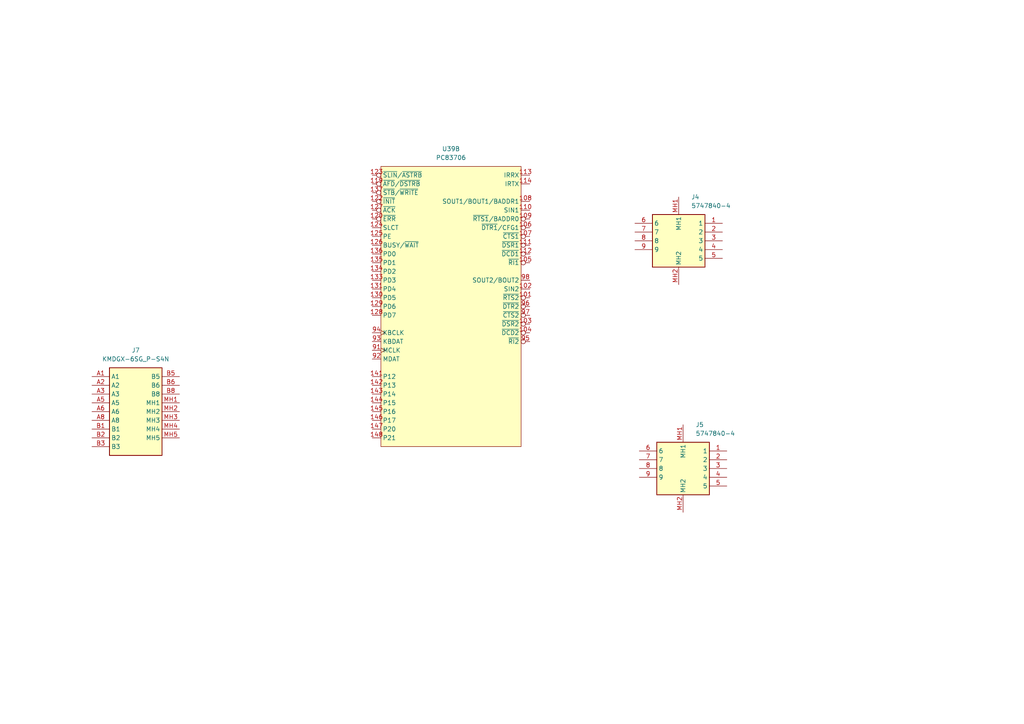
<source format=kicad_sch>
(kicad_sch (version 20231120) (generator "eeschema") (generator_version "8.0")
  (paper "A4")
  (lib_symbols
    (symbol "5747840-4:5747840-4"
      (property "Reference" "J" (at 21.59 12.7 0))
      (property "Value" "5747840-4" (at 21.59 10.16 0))
      (symbol "5747840-4_1_1"
        (rectangle (start 5.08 7.62) (end 20.32 -7.62) (stroke (width 0.254)) (fill (type background)))
        (pin passive line (at 7.62 12.7 270) (length 5.08) (name "1") (number "1"))
        (pin passive line (at 10.16 12.7 270) (length 5.08) (name "2") (number "2"))
        (pin passive line (at 12.7 12.7 270) (length 5.08) (name "3") (number "3"))
        (pin passive line (at 15.24 12.7 270) (length 5.08) (name "4") (number "4"))
        (pin passive line (at 17.78 12.7 270) (length 5.08) (name "5") (number "5"))
        (pin passive line (at 7.62 -12.7 90) (length 5.08) (name "6") (number "6"))
        (pin passive line (at 10.16 -12.7 90) (length 5.08) (name "7") (number "7"))
        (pin passive line (at 12.7 -12.7 90) (length 5.08) (name "8") (number "8"))
        (pin passive line (at 15.24 -12.7 90) (length 5.08) (name "9") (number "9"))
        (pin passive line (at 0 0 0) (length 5.08) (name "MH1") (number "MH1"))
        (pin passive line (at 25.4 0 180) (length 5.08) (name "MH2") (number "MH2"))
      )
    )
    (symbol "KMDGX-6SG_P-S4N:KMDGX-6SG_P-S4N"
      (property "Reference" "J" (at 21.59 7.62 0))
      (property "Value" "KMDGX-6SG_P-S4N" (at 21.59 5.08 0))
      (symbol "KMDGX-6SG_P-S4N_1_1"
        (rectangle (start 5.08 2.54) (end 20.32 -22.86) (stroke (width 0.254)) (fill (type background)))
        (pin passive line (at 0 0 0) (length 5.08) (name "A1") (number "A1"))
        (pin passive line (at 0 -2.54 0) (length 5.08) (name "A2") (number "A2"))
        (pin passive line (at 0 -5.08 0) (length 5.08) (name "A3") (number "A3"))
        (pin passive line (at 0 -7.62 0) (length 5.08) (name "A5") (number "A5"))
        (pin passive line (at 0 -10.16 0) (length 5.08) (name "A6") (number "A6"))
        (pin passive line (at 0 -12.7 0) (length 5.08) (name "A8") (number "A8"))
        (pin passive line (at 0 -15.24 0) (length 5.08) (name "B1") (number "B1"))
        (pin passive line (at 0 -17.78 0) (length 5.08) (name "B2") (number "B2"))
        (pin passive line (at 0 -20.32 0) (length 5.08) (name "B3") (number "B3"))
        (pin passive line (at 25.4 0 180) (length 5.08) (name "B5") (number "B5"))
        (pin passive line (at 25.4 -2.54 180) (length 5.08) (name "B6") (number "B6"))
        (pin passive line (at 25.4 -5.08 180) (length 5.08) (name "B8") (number "B8"))
        (pin passive line (at 25.4 -7.62 180) (length 5.08) (name "MH1") (number "MH1"))
        (pin passive line (at 25.4 -10.16 180) (length 5.08) (name "MH2") (number "MH2"))
        (pin passive line (at 25.4 -12.7 180) (length 5.08) (name "MH3") (number "MH3"))
        (pin passive line (at 25.4 -15.24 180) (length 5.08) (name "MH4") (number "MH4"))
        (pin passive line (at 25.4 -17.78 180) (length 5.08) (name "MH5") (number "MH5"))
      )
    )
    (symbol "m68k-hbc-ic:PC83706"
      (property "Reference" "U" (at -0.254 1.27 0))
      (property "Value" "PC83706" (at -0.254 -1.016 0))
      (symbol "PC83706_1_0"
        (pin input line (at -22.86 -17.78 0) (length 2.54) (name "A15") (number "11"))
        (pin input line (at -22.86 -15.24 0) (length 2.54) (name "A14") (number "12"))
        (pin output inverted (at 22.86 22.86 180) (length 2.54) (name "~{IRQ8}") (number "13"))
        (pin input inverted (at 22.86 12.7 180) (length 2.54) (name "~{PDACK1}") (number "138"))
        (pin bidirectional line (at 22.86 25.4 180) (length 2.54) (name "IRQ7") (number "14"))
        (pin output line (at 22.86 27.94 180) (length 2.54) (name "IRQ6") (number "15"))
        (pin bidirectional line (at 22.86 30.48 180) (length 2.54) (name "IRQ5") (number "16"))
        (pin output line (at 22.86 33.02 180) (length 2.54) (name "IRQ4") (number "18"))
        (pin output line (at 22.86 35.56 180) (length 2.54) (name "IRQ3") (number "19"))
        (pin input clock (at -22.86 38.1 0) (length 2.54) (name "SYSCLK") (number "21"))
        (pin output line (at -22.86 22.86 0) (length 2.54) (name "IOCHRDY") (number "22"))
        (pin output inverted (at -22.86 25.4 0) (length 2.54) (name "~{ZWS}") (number "24"))
        (pin output line (at 22.86 10.16 180) (length 2.54) (name "PDRQ0") (number "25"))
        (pin input inverted (at 22.86 15.24 180) (length 2.54) (name "~{PDACK0}") (number "26"))
        (pin output line (at 22.86 2.54 180) (length 2.54) (name "FDRQ") (number "27"))
        (pin input inverted (at 22.86 5.08 180) (length 2.54) (name "~{FDACK}") (number "28"))
        (pin input line (at 22.86 -2.54 180) (length 2.54) (name "TC") (number "29"))
        (pin bidirectional line (at -22.86 -38.1 0) (length 2.54) (name "D7") (number "33"))
        (pin bidirectional line (at -22.86 -35.56 0) (length 2.54) (name "D6") (number "34"))
        (pin bidirectional line (at -22.86 -33.02 0) (length 2.54) (name "D5") (number "35"))
        (pin bidirectional line (at -22.86 -30.48 0) (length 2.54) (name "D4") (number "36"))
        (pin bidirectional line (at -22.86 -27.94 0) (length 2.54) (name "D3") (number "37"))
        (pin bidirectional line (at -22.86 -25.4 0) (length 2.54) (name "D2") (number "38"))
        (pin bidirectional line (at -22.86 -22.86 0) (length 2.54) (name "D1") (number "39"))
        (pin bidirectional line (at 22.86 20.32 180) (length 2.54) (name "IRQ12") (number "4"))
        (pin bidirectional line (at -22.86 -20.32 0) (length 2.54) (name "D0") (number "42"))
        (pin input inverted (at -22.86 27.94 0) (length 2.54) (name "~{WR}") (number "43"))
        (pin input inverted (at -22.86 30.48 0) (length 2.54) (name "~{RD}") (number "44"))
        (pin input line (at -22.86 33.02 0) (length 2.54) (name "AEN") (number "45"))
        (pin input line (at -22.86 -12.7 0) (length 2.54) (name "A13") (number "46"))
        (pin input line (at -22.86 -10.16 0) (length 2.54) (name "A12") (number "47"))
        (pin input line (at -22.86 -7.62 0) (length 2.54) (name "A11") (number "48"))
        (pin input line (at -22.86 -5.08 0) (length 2.54) (name "A10") (number "49"))
        (pin bidirectional line (at 22.86 38.1 180) (length 2.54) (name "IRQ1") (number "5"))
        (pin input line (at -22.86 -2.54 0) (length 2.54) (name "A9") (number "50"))
        (pin input line (at -22.86 0 0) (length 2.54) (name "A8") (number "51"))
        (pin input line (at -22.86 2.54 0) (length 2.54) (name "A7") (number "52"))
        (pin input line (at -22.86 5.08 0) (length 2.54) (name "A6") (number "53"))
        (pin input line (at -22.86 7.62 0) (length 2.54) (name "A5") (number "54"))
        (pin input line (at -22.86 10.16 0) (length 2.54) (name "A4") (number "55"))
        (pin input line (at -22.86 12.7 0) (length 2.54) (name "A3") (number "56"))
        (pin input line (at -22.86 15.24 0) (length 2.54) (name "A2") (number "59"))
        (pin input line (at -22.86 17.78 0) (length 2.54) (name "A1") (number "60"))
        (pin input line (at -22.86 20.32 0) (length 2.54) (name "A0") (number "61"))
        (pin output line (at 22.86 7.62 180) (length 2.54) (name "PDRQ1") (number "70"))
        (pin input inverted (at 22.86 0 180) (length 2.54) (name "~{IDEACK}") (number "83"))
      )
      (symbol "PC83706_1_1"
        (rectangle (start -20.32 40.64) (end 20.32 -40.64) (fill (type background)))
      )
      (symbol "PC83706_2_0"
        (pin output inverted (at 22.86 2.54 180) (length 2.54) (name "~{RTS2}") (number "101"))
        (pin input line (at 22.86 5.08 180) (length 2.54) (name "SIN2") (number "102"))
        (pin input inverted (at 22.86 -5.08 180) (length 2.54) (name "~{DSR2}") (number "103"))
        (pin input inverted (at 22.86 -7.62 180) (length 2.54) (name "~{DCD2}") (number "104"))
        (pin input inverted (at 22.86 12.7 180) (length 2.54) (name "~{RI1}") (number "105"))
        (pin output inverted (at 22.86 22.86 180) (length 2.54) (name "~{DTR1}/CFG1") (number "106"))
        (pin input inverted (at 22.86 20.32 180) (length 2.54) (name "~{CTS1}") (number "107"))
        (pin output line (at 22.86 30.48 180) (length 2.54) (name "SOUT1/BOUT1/BADDR1") (number "108"))
        (pin output inverted (at 22.86 25.4 180) (length 2.54) (name "~{RTS1}/BADDR0") (number "109"))
        (pin input line (at 22.86 27.94 180) (length 2.54) (name "SIN1") (number "110"))
        (pin input inverted (at 22.86 17.78 180) (length 2.54) (name "~{DSR1}") (number "111"))
        (pin input inverted (at 22.86 15.24 180) (length 2.54) (name "~{DCD1}") (number "112"))
        (pin input line (at 22.86 38.1 180) (length 2.54) (name "IRRX") (number "113"))
        (pin output line (at 22.86 35.56 180) (length 2.54) (name "IRTX") (number "114"))
        (pin bidirectional inverted (at -22.86 35.56 0) (length 2.54) (name "~{AFD}/~{DSTRB}") (number "119"))
        (pin input inverted (at -22.86 25.4 0) (length 2.54) (name "~{ERR}") (number "120"))
        (pin bidirectional inverted (at -22.86 30.48 0) (length 2.54) (name "~{INIT}") (number "122"))
        (pin bidirectional inverted (at -22.86 38.1 0) (length 2.54) (name "~{SLIN}/~{ASTRB}") (number "123"))
        (pin input line (at -22.86 22.86 0) (length 2.54) (name "SLCT") (number "124"))
        (pin input line (at -22.86 20.32 0) (length 2.54) (name "PE") (number "125"))
        (pin input line (at -22.86 17.78 0) (length 2.54) (name "BUSY/~{WAIT}") (number "126"))
        (pin input inverted (at -22.86 27.94 0) (length 2.54) (name "~{ACK}") (number "127"))
        (pin bidirectional line (at -22.86 -2.54 0) (length 2.54) (name "PD7") (number "128"))
        (pin bidirectional line (at -22.86 0 0) (length 2.54) (name "PD6") (number "129"))
        (pin bidirectional line (at -22.86 2.54 0) (length 2.54) (name "PD5") (number "130"))
        (pin bidirectional line (at -22.86 5.08 0) (length 2.54) (name "PD4") (number "131"))
        (pin bidirectional line (at -22.86 7.62 0) (length 2.54) (name "PD3") (number "133"))
        (pin bidirectional line (at -22.86 10.16 0) (length 2.54) (name "PD2") (number "134"))
        (pin bidirectional line (at -22.86 12.7 0) (length 2.54) (name "PD1") (number "135"))
        (pin bidirectional line (at -22.86 15.24 0) (length 2.54) (name "PD0") (number "136"))
        (pin output inverted (at -22.86 33.02 0) (length 2.54) (name "~{STB}/~{WRITE}") (number "137"))
        (pin bidirectional line (at -22.86 -20.32 0) (length 2.54) (name "P12") (number "141"))
        (pin bidirectional line (at -22.86 -22.86 0) (length 2.54) (name "P13") (number "142"))
        (pin bidirectional line (at -22.86 -25.4 0) (length 2.54) (name "P14") (number "143"))
        (pin bidirectional line (at -22.86 -27.94 0) (length 2.54) (name "P15") (number "144"))
        (pin bidirectional line (at -22.86 -30.48 0) (length 2.54) (name "P16") (number "145"))
        (pin bidirectional line (at -22.86 -33.02 0) (length 2.54) (name "P17") (number "146"))
        (pin bidirectional line (at -22.86 -35.56 0) (length 2.54) (name "P20") (number "147"))
        (pin bidirectional line (at -22.86 -38.1 0) (length 2.54) (name "P21") (number "148"))
        (pin bidirectional clock (at -22.86 -12.7 0) (length 2.54) (name "MCLK") (number "91"))
        (pin bidirectional line (at -22.86 -15.24 0) (length 2.54) (name "MDAT") (number "92"))
        (pin bidirectional line (at -22.86 -10.16 0) (length 2.54) (name "KBDAT") (number "93"))
        (pin bidirectional clock (at -22.86 -7.62 0) (length 2.54) (name "KBCLK") (number "94"))
        (pin input inverted (at 22.86 -10.16 180) (length 2.54) (name "~{RI2}") (number "95"))
        (pin output inverted (at 22.86 0 180) (length 2.54) (name "~{DTR2}") (number "96"))
        (pin input inverted (at 22.86 -2.54 180) (length 2.54) (name "~{CTS2}") (number "97"))
        (pin output line (at 22.86 7.62 180) (length 2.54) (name "SOUT2/BOUT2") (number "98"))
      )
      (symbol "PC83706_2_1"
        (rectangle (start -20.32 40.64) (end 20.32 -40.64) (fill (type background)))
      )
      (symbol "PC83706_3_0"
        (pin power_in line (at 22.86 7.62 180) (length 2.54) (name "VSS") (number "10"))
        (pin power_in line (at 22.86 -7.62 180) (length 2.54) (name "VSS") (number "100"))
        (pin power_in line (at 22.86 -10.16 180) (length 2.54) (name "VSS") (number "121"))
        (pin power_in line (at 22.86 -12.7 180) (length 2.54) (name "VSS") (number "132"))
        (pin power_in line (at 22.86 -15.24 180) (length 2.54) (name "VSS") (number "139"))
        (pin power_in line (at -22.86 -7.62 0) (length 2.54) (name "VDD") (number "140"))
        (pin power_in line (at 22.86 -17.78 180) (length 2.54) (name "VSS") (number "149"))
        (pin power_in line (at 22.86 -20.32 180) (length 2.54) (name "VSS") (number "159"))
        (pin power_in line (at -22.86 -10.16 0) (length 2.54) (name "VDD") (number "160"))
        (pin power_in line (at -22.86 2.54 0) (length 2.54) (name "VDD") (number "17"))
        (pin input line (at -22.86 20.32 0) (length 2.54) (name "MR") (number "20"))
        (pin input clock (at -22.86 17.78 0) (length 2.54) (name "X1") (number "30"))
        (pin no_connect line (at -22.86 -20.32 0) (length 2.54) (name "NC") (number "31"))
        (pin power_in line (at 22.86 5.08 180) (length 2.54) (name "VSS") (number "32"))
        (pin power_in line (at 22.86 2.54 180) (length 2.54) (name "VSS") (number "40"))
        (pin power_in line (at -22.86 0 0) (length 2.54) (name "VDD") (number "41"))
        (pin power_in line (at -22.86 -2.54 0) (length 2.54) (name "VDD") (number "57"))
        (pin power_in line (at 22.86 0 180) (length 2.54) (name "VSS") (number "58"))
        (pin power_in line (at -22.86 7.62 0) (length 2.54) (name "VBAT") (number "7"))
        (pin input line (at 22.86 12.7 180) (length 2.54) (name "MSEN1") (number "78"))
        (pin input line (at 22.86 15.24 180) (length 2.54) (name "MSEN0") (number "79"))
        (pin input line (at -22.86 13.97 0) (length 2.54) (name "X1C") (number "8"))
        (pin power_in line (at 22.86 -2.54 180) (length 2.54) (name "VSS") (number "80"))
        (pin output line (at 22.86 17.78 180) (length 2.54) (name "DRATE1") (number "81"))
        (pin output line (at 22.86 20.32 180) (length 2.54) (name "DRATE0") (number "82"))
        (pin output line (at -22.86 11.43 0) (length 2.54) (name "X2C") (number "9"))
        (pin power_in line (at 22.86 -5.08 180) (length 2.54) (name "VSS") (number "90"))
        (pin power_in line (at -22.86 -5.08 0) (length 2.54) (name "VDD") (number "99"))
      )
      (symbol "PC83706_3_1"
        (rectangle (start -20.32 22.86) (end 20.32 -22.86) (fill (type background)))
      )
      (symbol "PC83706_4_0"
        (pin bidirectional line (at -22.86 16.51 0) (length 2.54) (name "GPIO12") (number "1"))
        (pin bidirectional line (at -22.86 -16.51 0) (length 2.54) (name "GPIO27") (number "115"))
        (pin bidirectional line (at -22.86 -13.97 0) (length 2.54) (name "GPIO26") (number "116"))
        (pin bidirectional line (at -22.86 -11.43 0) (length 2.54) (name "GPIO25") (number "117"))
        (pin bidirectional line (at -22.86 -8.89 0) (length 2.54) (name "GPIO24") (number "118"))
        (pin bidirectional line (at -22.86 -6.35 0) (length 2.54) (name "GPIO23") (number "150"))
        (pin bidirectional line (at -22.86 -3.81 0) (length 2.54) (name "GPIO22") (number "151"))
        (pin bidirectional line (at -22.86 -1.27 0) (length 2.54) (name "GPIO21") (number "152"))
        (pin bidirectional line (at -22.86 1.27 0) (length 2.54) (name "GPIO20") (number "153"))
        (pin bidirectional line (at -22.86 3.81 0) (length 2.54) (name "GPIO17") (number "154"))
        (pin bidirectional line (at -22.86 6.35 0) (length 2.54) (name "GPIO16") (number "155"))
        (pin bidirectional line (at -22.86 8.89 0) (length 2.54) (name "GPIO15") (number "156"))
        (pin bidirectional line (at -22.86 11.43 0) (length 2.54) (name "GPIO14") (number "157"))
        (pin bidirectional line (at -22.86 13.97 0) (length 2.54) (name "GPIO13") (number "158"))
        (pin bidirectional line (at -22.86 19.05 0) (length 2.54) (name "GPIO11") (number "2"))
        (pin output inverted (at -22.86 24.13 0) (length 2.54) (name "~{CS1}") (number "23"))
        (pin bidirectional line (at -22.86 21.59 0) (length 2.54) (name "GPIO10") (number "3"))
        (pin output inverted (at -22.86 26.67 0) (length 2.54) (name "~{CS0}") (number "6"))
        (pin output inverted (at 22.86 1.27 180) (length 2.54) (name "~{HDSEL}") (number "62"))
        (pin input inverted (at 22.86 8.89 180) (length 2.54) (name "~{RDATA}") (number "63"))
        (pin input inverted (at 22.86 -13.97 180) (length 2.54) (name "~{WP}") (number "64"))
        (pin input inverted (at 22.86 -6.35 180) (length 2.54) (name "~{TRK0}") (number "65"))
        (pin output inverted (at 22.86 3.81 180) (length 2.54) (name "~{WGATE}") (number "66"))
        (pin output inverted (at 22.86 6.35 180) (length 2.54) (name "~{WDATA}") (number "67"))
        (pin output inverted (at 22.86 -3.81 180) (length 2.54) (name "~{STEP}") (number "68"))
        (pin output inverted (at 22.86 -1.27 180) (length 2.54) (name "~{DIR}") (number "69"))
        (pin input inverted (at 22.86 -11.43 180) (length 2.54) (name "~{DSKCHG}") (number "71"))
        (pin output inverted (at 22.86 -21.59 180) (length 2.54) (name "~{MTR1}") (number "72"))
        (pin output inverted (at 22.86 -24.13 180) (length 2.54) (name "~{DR0}") (number "73"))
        (pin output inverted (at 22.86 -26.67 180) (length 2.54) (name "~{DR1}") (number "74"))
        (pin output inverted (at 22.86 -19.05 180) (length 2.54) (name "~{MTR0}") (number "75"))
        (pin input inverted (at 22.86 -8.89 180) (length 2.54) (name "~{INDEX}") (number "76"))
        (pin output line (at 22.86 -16.51 180) (length 2.54) (name "DENSEL") (number "77"))
        (pin input line (at 22.86 16.51 180) (length 2.54) (name "~{IDELO}/CFG0") (number "84"))
        (pin output inverted (at 22.86 19.05 180) (length 2.54) (name "~{IDEHI}") (number "85"))
        (pin output inverted (at 22.86 24.13 180) (length 2.54) (name "~{HCS1}") (number "86"))
        (pin output inverted (at 22.86 26.67 180) (length 2.54) (name "~{HCS0}/SELCS") (number "87"))
        (pin input inverted (at 22.86 13.97 180) (length 2.54) (name "~{IOCS16}") (number "88"))
        (pin bidirectional line (at 22.86 21.59 180) (length 2.54) (name "IDED7") (number "89"))
      )
      (symbol "PC83706_4_1"
        (rectangle (start -20.32 29.21) (end 20.32 -29.21) (fill (type background)))
      )
    )
  )
  (symbol (lib_id "5747840-4:5747840-4") (at 196.85 57.15 270) (unit 1)
    (property "Reference" "J4" (at 200.4761 57.15 90) (effects (justify left)))
    (property "Value" "5747840-4" (at 200.4761 59.69 90) (effects (justify left)))
    (property "Footprint" "57478404:57478404" (effects (hide yes)))
    (property "Datasheet" "http://www.te.com/commerce/DocumentDelivery/DDEController?Action=srchrtrv&DocNm=82068_AMPLIMITE_Right-Angle_Posted_Conn&DocType=Catalog+Section&DocLang=English&PartCntxt=" (effects (hide yes)))
    (property "Height" "12.93" (effects (hide yes)))
    (property "Mouser Part Number" "571-5747840-4" (effects (hide yes)))
    (property "Mouser Price/Stock" "https://www.mouser.co.uk/ProductDetail/TE-Connectivity/5747840-4?qs=x6EjVpvqMVP9KXD3S9b%252Bdw%3D%3D" (effects (hide yes)))
    (property "Manufacturer_Name" "TE Connectivity" (effects (hide yes)))
    (property "Manufacturer_Part_Number" "5747840-4" (effects (hide yes)))
  )
  (symbol (lib_id "5747840-4:5747840-4") (at 198.12 123.19 270) (unit 1)
    (property "Reference" "J5" (at 201.7461 123.19 90) (effects (justify left)))
    (property "Value" "5747840-4" (at 201.7461 125.73 90) (effects (justify left)))
    (property "Footprint" "57478404:57478404" (effects (hide yes)))
    (property "Datasheet" "http://www.te.com/commerce/DocumentDelivery/DDEController?Action=srchrtrv&DocNm=82068_AMPLIMITE_Right-Angle_Posted_Conn&DocType=Catalog+Section&DocLang=English&PartCntxt=" (effects (hide yes)))
    (property "Height" "12.93" (effects (hide yes)))
    (property "Mouser Part Number" "571-5747840-4" (effects (hide yes)))
    (property "Mouser Price/Stock" "https://www.mouser.co.uk/ProductDetail/TE-Connectivity/5747840-4?qs=x6EjVpvqMVP9KXD3S9b%252Bdw%3D%3D" (effects (hide yes)))
    (property "Manufacturer_Name" "TE Connectivity" (effects (hide yes)))
    (property "Manufacturer_Part_Number" "5747840-4" (effects (hide yes)))
  )
  (symbol (lib_id "KMDGX-6SG_P-S4N:KMDGX-6SG_P-S4N") (at 26.67 109.22 0) (unit 1)
    (property "Reference" "J7" (at 39.37 101.6 0))
    (property "Value" "KMDGX-6SG_P-S4N" (at 39.37 104.14 0))
    (property "Footprint" "KMDGX6SGPS4N:KMDGX6SGPS4N" (effects (hide yes)))
    (property "Datasheet" "http://www.kycon.com/Pub_Eng_Draw/KMDGX-6SG-P-S4N.pdf" (effects (hide yes)))
    (property "Height" "28.55" (effects (hide yes)))
    (property "Mouser Part Number" "806-KMDGX-6SGP-S4N" (effects (hide yes)))
    (property "Mouser Price/Stock" "https://www.mouser.co.uk/ProductDetail/Kycon/KMDGX-6SG-P-S4N?qs=wzaPhkLM3Q5CI9SGP7X58Q%3D%3D" (effects (hide yes)))
    (property "Manufacturer_Name" "Kycon" (effects (hide yes)))
    (property "Manufacturer_Part_Number" "KMDGX-6SG/P-S4N" (effects (hide yes)))
  )
  (symbol (lib_id "m68k-hbc-ic:PC83706") (at 130.81 88.9 0) (unit 2)
    (property "Reference" "U39" (at 130.81 43.18 0))
    (property "Value" "PC83706" (at 130.81 45.72 0))
    (property "Footprint" "Package_QFP:PQFP-160_28x28mm_P0.65mm" (effects (hide yes)))
    (property "Datasheet" "https://pdf.datasheetcatalog.com/datasheet/nationalsemiconductor/DS012379.PDF" (effects (hide yes)))
    (property "Description" "PC87306SuperI/OTM EnhancedSidewinderLite Floppy Disk Controller, Keyboard Controller, Real-Time Clock, Dual UARTs, Infrared Interface, IEEE 1284 Parallel Port, and IDE Interface" (effects (hide yes)))
  )
)
</source>
